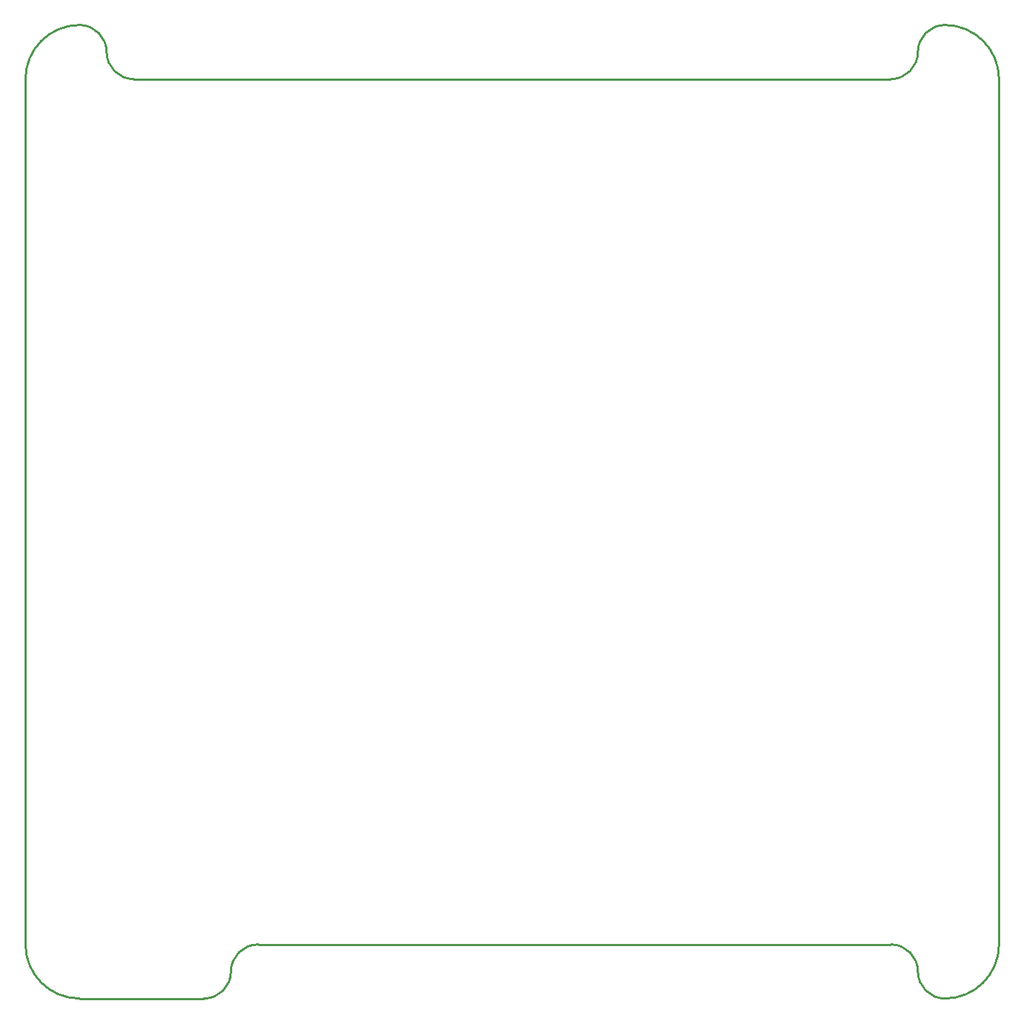
<source format=gko>
G04 Layer: BoardOutline*
G04 EasyEDA v6.4.17, 2021-03-06T13:06:27--8:00*
G04 8048d1b9ce964284ad8fe1d85055880a,b5aacd518854429a9b9924e8a25dcfd8,10*
G04 Gerber Generator version 0.2*
G04 Scale: 100 percent, Rotated: No, Reflected: No *
G04 Dimensions in inches *
G04 leading zeros omitted , absolute positions ,3 integer and 6 decimal *
%FSLAX36Y36*%
%MOIN*%

%ADD10C,0.0100*%
D10*
X250000Y-2250000D02*
G01*
X825000Y-2250000D01*
X1075000Y-2000000D02*
G01*
X4000000Y-2000000D01*
X0Y-2000000D02*
G01*
X0Y2000000D01*
X500000Y2000000D02*
G01*
X4000000Y2000000D01*
X4500000Y2000000D02*
G01*
X4500000Y-2000000D01*
G75*
G01*
X950000Y-2125000D02*
G02*
X1075000Y-2000000I125000J0D01*
G75*
G01*
X950000Y-2125000D02*
G02*
X825000Y-2250000I-125000J0D01*
G75*
G01*
X4125000Y-2125000D02*
G03*
X4250000Y-2250000I125000J0D01*
G75*
G01*
X4125000Y-2125000D02*
G03*
X4000000Y-2000000I-125000J0D01*
G75*
G01*
X375000Y2125000D02*
G03*
X250000Y2250000I-125000J0D01*
G75*
G01*
X4125000Y2125000D02*
G02*
X4000000Y2000000I-125000J0D01*
G75*
G01*
X4125000Y2125000D02*
G02*
X4250000Y2250000I125000J0D01*
G75*
G01*
X375000Y2125000D02*
G03*
X500000Y2000000I125000J0D01*
G75*
G01*
X250000Y-2250000D02*
G02*
X0Y-2000000I0J250000D01*
G75*
G01*
X4250000Y2250000D02*
G02*
X4500000Y2000000I0J-250000D01*
G75*
G01*
X0Y2000000D02*
G02*
X250000Y2250000I250000J0D01*
G75*
G01*
X4500000Y-2000000D02*
G02*
X4250000Y-2250000I-250000J0D01*

%LPD*%
M02*

</source>
